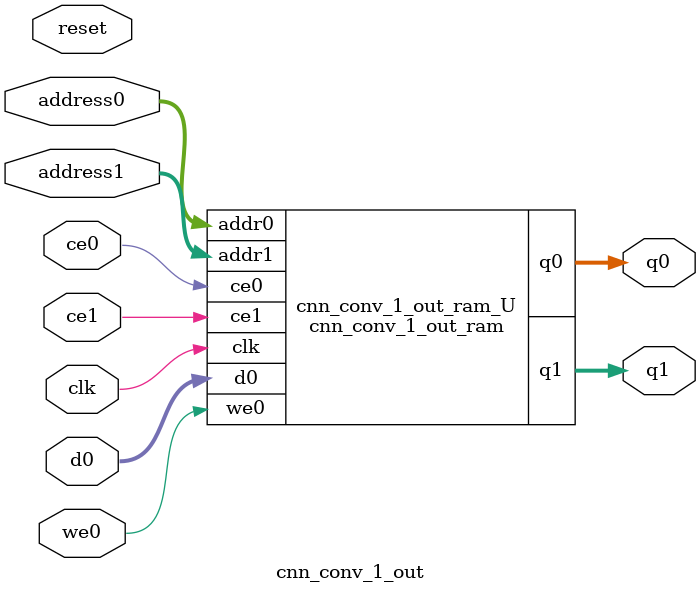
<source format=v>
`timescale 1 ns / 1 ps
module cnn_conv_1_out_ram (addr0, ce0, d0, we0, q0, addr1, ce1, q1,  clk);

parameter DWIDTH = 32;
parameter AWIDTH = 15;
parameter MEM_SIZE = 21632;

input[AWIDTH-1:0] addr0;
input ce0;
input[DWIDTH-1:0] d0;
input we0;
output reg[DWIDTH-1:0] q0;
input[AWIDTH-1:0] addr1;
input ce1;
output reg[DWIDTH-1:0] q1;
input clk;

(* ram_style = "block" *)reg [DWIDTH-1:0] ram[0:MEM_SIZE-1];




always @(posedge clk)  
begin 
    if (ce0) 
    begin
        if (we0) 
        begin 
            ram[addr0] <= d0; 
        end 
        q0 <= ram[addr0];
    end
end


always @(posedge clk)  
begin 
    if (ce1) 
    begin
        q1 <= ram[addr1];
    end
end


endmodule

`timescale 1 ns / 1 ps
module cnn_conv_1_out(
    reset,
    clk,
    address0,
    ce0,
    we0,
    d0,
    q0,
    address1,
    ce1,
    q1);

parameter DataWidth = 32'd32;
parameter AddressRange = 32'd21632;
parameter AddressWidth = 32'd15;
input reset;
input clk;
input[AddressWidth - 1:0] address0;
input ce0;
input we0;
input[DataWidth - 1:0] d0;
output[DataWidth - 1:0] q0;
input[AddressWidth - 1:0] address1;
input ce1;
output[DataWidth - 1:0] q1;



cnn_conv_1_out_ram cnn_conv_1_out_ram_U(
    .clk( clk ),
    .addr0( address0 ),
    .ce0( ce0 ),
    .we0( we0 ),
    .d0( d0 ),
    .q0( q0 ),
    .addr1( address1 ),
    .ce1( ce1 ),
    .q1( q1 ));

endmodule


</source>
